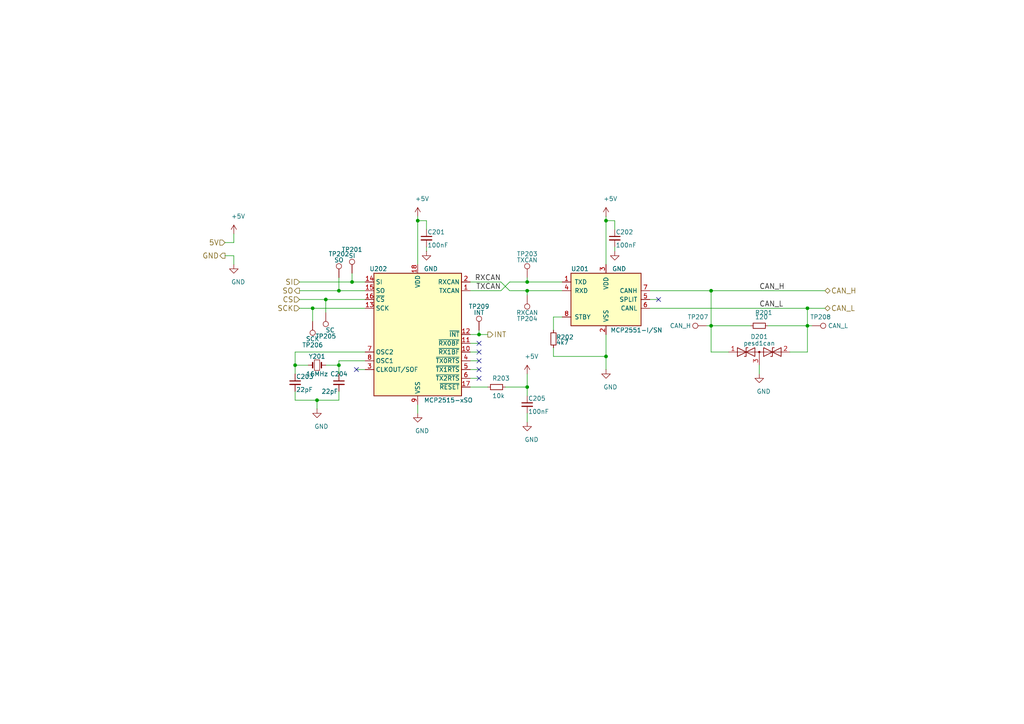
<source format=kicad_sch>
(kicad_sch (version 20250114) (generator "eeschema") (generator_version "9.0")
  (paper "A4")
  (lib_symbols
    (symbol "Connector:TestPoint" (pin_numbers (hide yes)) (pin_names (offset 0.762) (hide yes))
      (property "Reference" "TP" (at 0 6.858 0))
      (property "Value" "TestPoint" (at 0 5.08 0))
      (symbol "TestPoint_0_1"
        (circle (center 0 3.302) (radius 0.762))
      )
      (symbol "TestPoint_1_1"
        (pin passive line (at 0 0 90) (length 2.54) (name "1") (number "1"))
      )
    )
    (symbol "Device:C_Small" (pin_numbers (hide yes)) (pin_names (offset 0.254) (hide yes))
      (property "Reference" "C" (at 0.254 1.778 0))
      (property "Value" "C_Small" (at 0.254 -2.032 0))
      (symbol "C_Small_0_1"
        (polyline (pts (xy -1.524 0.508) (xy 1.524 0.508)) (stroke (width 0.3048)))
        (polyline (pts (xy -1.524 -0.508) (xy 1.524 -0.508)) (stroke (width 0.3302)))
      )
      (symbol "C_Small_1_1"
        (pin passive line (at 0 2.54 270) (length 2.032) (name "~") (number "1"))
        (pin passive line (at 0 -2.54 90) (length 2.032) (name "~") (number "2"))
      )
    )
    (symbol "Device:Crystal_Small" (pin_numbers (hide yes)) (pin_names (offset 1.016) (hide yes))
      (property "Reference" "Y" (at 0 2.54 0))
      (property "Value" "Crystal_Small" (at 0 -2.54 0))
      (symbol "Crystal_Small_0_1"
        (polyline (pts (xy -1.27 -0.762) (xy -1.27 0.762)) (stroke (width 0.381)))
        (rectangle (start -0.762 -1.524) (end 0.762 1.524))
        (polyline (pts (xy 1.27 -0.762) (xy 1.27 0.762)) (stroke (width 0.381)))
      )
      (symbol "Crystal_Small_1_1"
        (pin passive line (at -2.54 0 0) (length 1.27) (name "1") (number "1"))
        (pin passive line (at 2.54 0 180) (length 1.27) (name "2") (number "2"))
      )
    )
    (symbol "Device:D_TVS_x2_AAC" (pin_names (offset 1.016) (hide yes))
      (property "Reference" "D" (at 0 4.445 0))
      (property "Value" "Device_D_TVS_x2_AAC" (at 0 2.54 0))
      (symbol "D_TVS_x2_AAC_0_0"
        (polyline (pts (xy 0 -1.27) (xy 0 0)))
      )
      (symbol "D_TVS_x2_AAC_0_1"
        (polyline (pts (xy -6.35 0) (xy 6.35 0)))
        (polyline (pts (xy -6.35 -1.27) (xy -1.27 1.27) (xy -1.27 -1.27) (xy -6.35 1.27) (xy -6.35 -1.27)) (stroke (width 0.2032)))
        (polyline (pts (xy -3.302 1.27) (xy -3.81 1.27) (xy -3.81 -1.27) (xy -4.318 -1.27)) (stroke (width 0.2032)))
        (circle (center 0 0) (radius 0.254) (fill (type outline)))
        (polyline (pts (xy 1.27 -1.27) (xy 1.27 1.27) (xy 6.35 -1.27) (xy 6.35 1.27) (xy 1.27 -1.27)) (stroke (width 0.2032)))
        (polyline (pts (xy 4.318 1.27) (xy 3.81 1.27) (xy 3.81 -1.27) (xy 3.302 -1.27)) (stroke (width 0.2032)))
      )
      (symbol "D_TVS_x2_AAC_1_1"
        (pin passive line (at -8.89 0 0) (length 2.54) (name "A1") (number "1"))
        (pin input line (at 0 -3.81 90) (length 2.54) (name "common") (number "3"))
        (pin passive line (at 8.89 0 180) (length 2.54) (name "A2") (number "2"))
      )
    )
    (symbol "Device:R_Small" (pin_numbers (hide yes)) (pin_names (offset 0.254) (hide yes))
      (property "Reference" "R" (at 0 0 90))
      (property "Value" "R_Small" (at 1.778 0 90))
      (symbol "R_Small_0_1"
        (rectangle (start -0.762 1.778) (end 0.762 -1.778) (stroke (width 0.2032)))
      )
      (symbol "R_Small_1_1"
        (pin passive line (at 0 2.54 270) (length 0.762) (name "~") (number "1"))
        (pin passive line (at 0 -2.54 90) (length 0.762) (name "~") (number "2"))
      )
    )
    (symbol "Interface_CAN_LIN:MCP2561-E-SN" (pin_names (offset 1.016))
      (property "Reference" "U" (at -10.16 8.89 0))
      (property "Value" "MCP2561-E-SN" (at 2.54 8.89 0))
      (symbol "MCP2561-E-SN_0_1"
        (rectangle (start -10.16 7.62) (end 10.16 -7.62) (stroke (width 0.254)) (fill (type background)))
      )
      (symbol "MCP2561-E-SN_1_1"
        (pin input line (at -12.7 5.08 0) (length 2.54) (name "TXD") (number "1"))
        (pin output line (at -12.7 2.54 0) (length 2.54) (name "RXD") (number "4"))
        (pin input line (at -12.7 -5.08 0) (length 2.54) (name "STBY") (number "8"))
        (pin power_in line (at 0 10.16 270) (length 2.54) (name "VDD") (number "3"))
        (pin power_in line (at 0 -10.16 90) (length 2.54) (name "VSS") (number "2"))
        (pin bidirectional line (at 12.7 2.54 180) (length 2.54) (name "CANH") (number "7"))
        (pin passive line (at 12.7 0 180) (length 2.54) (name "SPLIT") (number "5"))
        (pin bidirectional line (at 12.7 -2.54 180) (length 2.54) (name "CANL") (number "6"))
      )
    )
    (symbol "main-rescue:MCP2515-xSO-Interface_CAN_LIN-MAB19-rescue"
      (property "Reference" "U" (at -10.16 19.685 0))
      (property "Value" "MCP2515-xSO-Interface_CAN_LIN-MAB19-rescue" (at 19.05 20.32 0))
      (symbol "MCP2515-xSO-Interface_CAN_LIN-MAB19-rescue_0_1"
        (rectangle (start -12.7 17.78) (end 12.7 -17.78) (stroke (width 0.254)) (fill (type background)))
      )
      (symbol "MCP2515-xSO-Interface_CAN_LIN-MAB19-rescue_1_1"
        (pin input line (at -15.24 15.24 0) (length 2.54) (name "SI") (number "14"))
        (pin output line (at -15.24 12.7 0) (length 2.54) (name "SO") (number "15"))
        (pin input line (at -15.24 10.16 0) (length 2.54) (name "~{CS}") (number "16"))
        (pin input line (at -15.24 7.62 0) (length 2.54) (name "SCK") (number "13"))
        (pin output line (at -15.24 -5.08 0) (length 2.54) (name "OSC2") (number "7"))
        (pin input line (at -15.24 -7.62 0) (length 2.54) (name "OSC1") (number "8"))
        (pin output line (at -15.24 -10.16 0) (length 2.54) (name "CLKOUT/SOF") (number "3"))
        (pin power_in line (at 0 20.32 270) (length 2.54) (name "VDD") (number "18"))
        (pin power_in line (at 0 -20.32 90) (length 2.54) (name "VSS") (number "9"))
        (pin input line (at 15.24 15.24 180) (length 2.54) (name "RXCAN") (number "2"))
        (pin output line (at 15.24 12.7 180) (length 2.54) (name "TXCAN") (number "1"))
        (pin output line (at 15.24 0 180) (length 2.54) (name "~{INT}") (number "12"))
        (pin output line (at 15.24 -2.54 180) (length 2.54) (name "~{RX0BF}") (number "11"))
        (pin output line (at 15.24 -5.08 180) (length 2.54) (name "~{RX1BF}") (number "10"))
        (pin input line (at 15.24 -7.62 180) (length 2.54) (name "~{TX0RTS}") (number "4"))
        (pin input line (at 15.24 -10.16 180) (length 2.54) (name "~{TX1RTS}") (number "5"))
        (pin input line (at 15.24 -12.7 180) (length 2.54) (name "~{TX2RTS}") (number "6"))
        (pin input line (at 15.24 -15.24 180) (length 2.54) (name "~{RESET}") (number "17"))
      )
    )
    (symbol "power:+5V" (power) (pin_numbers (hide yes)) (pin_names (offset 0) (hide yes))
      (property "Value" "+5V" (at 0 3.556 0))
      (symbol "+5V_0_1"
        (polyline (pts (xy -0.762 1.27) (xy 0 2.54)))
        (polyline (pts (xy 0 2.54) (xy 0.762 1.27)))
        (polyline (pts (xy 0 0) (xy 0 2.54)))
      )
      (symbol "+5V_1_1"
        (pin power_in line (at 0 0 90) (length 0) (name "~") (number "1"))
      )
    )
    (symbol "power:GND" (power) (pin_numbers (hide yes)) (pin_names (offset 0) (hide yes))
      (property "Value" "GND" (at 0 -3.81 0))
      (symbol "GND_0_1"
        (polyline (pts (xy 0 0) (xy 0 -1.27) (xy 1.27 -1.27) (xy 0 -2.54) (xy -1.27 -1.27) (xy 0 -1.27)))
      )
      (symbol "GND_1_1"
        (pin power_in line (at 0 0 270) (length 0) (name "~") (number "1"))
      )
    )
  )
  (junction (at 152.908 81.788))
  (junction (at 152.908 112.268))
  (junction (at 175.768 103.378))
  (junction (at 206.248 94.488))
  (junction (at 206.248 84.328))
  (junction (at 85.598 105.918))
  (junction (at 152.908 84.328))
  (junction (at 102.108 81.788))
  (junction (at 98.298 84.328))
  (junction (at 91.948 116.078))
  (junction (at 234.188 94.488))
  (junction (at 121.158 64.008))
  (junction (at 94.488 86.868))
  (junction (at 138.938 97.028))
  (junction (at 175.768 64.008))
  (junction (at 98.298 105.918))
  (junction (at 90.678 89.408))
  (junction (at 234.188 89.408))
  (no_connect (at 138.938 104.648))
  (no_connect (at 138.938 102.108))
  (no_connect (at 138.938 109.728))
  (no_connect (at 103.378 107.188))
  (no_connect (at 138.938 107.188))
  (no_connect (at 191.008 86.868))
  (no_connect (at 138.938 99.568))
  (wire (pts (xy 121.158 62.738) (xy 121.158 64.008)))
  (wire (pts (xy 136.398 81.788) (xy 145.288 81.788)))
  (wire (pts (xy 206.248 84.328) (xy 206.248 94.488)))
  (wire (pts (xy 152.908 108.458) (xy 152.908 112.268)))
  (wire (pts (xy 234.188 102.108) (xy 234.188 94.488)))
  (wire (pts (xy 160.528 91.948) (xy 163.068 91.948)))
  (wire (pts (xy 234.188 89.408) (xy 239.268 89.408)))
  (wire (pts (xy 175.768 97.028) (xy 175.768 103.378)))
  (wire (pts (xy 175.768 64.008) (xy 178.308 64.008)))
  (wire (pts (xy 86.868 86.868) (xy 94.488 86.868)))
  (wire (pts (xy 175.768 103.378) (xy 175.768 107.188)))
  (wire (pts (xy 152.908 81.788) (xy 163.068 81.788)))
  (wire (pts (xy 160.528 100.838) (xy 160.528 103.378)))
  (wire (pts (xy 175.768 62.738) (xy 175.768 64.008)))
  (wire (pts (xy 152.908 112.268) (xy 146.558 112.268)))
  (wire (pts (xy 86.868 84.328) (xy 98.298 84.328)))
  (wire (pts (xy 90.678 89.408) (xy 105.918 89.408)))
  (wire (pts (xy 138.938 95.758) (xy 138.938 97.028)))
  (wire (pts (xy 188.468 84.328) (xy 206.248 84.328)))
  (wire (pts (xy 98.298 116.078) (xy 98.298 113.538)))
  (wire (pts (xy 85.598 116.078) (xy 91.948 116.078)))
  (wire (pts (xy 67.818 67.818) (xy 67.818 70.358)))
  (wire (pts (xy 138.938 109.728) (xy 136.398 109.728)))
  (wire (pts (xy 121.158 64.008) (xy 123.698 64.008)))
  (wire (pts (xy 85.598 102.108) (xy 105.918 102.108)))
  (wire (pts (xy 138.938 99.568) (xy 136.398 99.568)))
  (wire (pts (xy 123.698 66.548) (xy 123.698 64.008)))
  (wire (pts (xy 178.308 66.548) (xy 178.308 64.008)))
  (wire (pts (xy 191.008 86.868) (xy 188.468 86.868)))
  (wire (pts (xy 89.408 105.918) (xy 85.598 105.918)))
  (wire (pts (xy 234.188 94.488) (xy 235.458 94.488)))
  (wire (pts (xy 175.768 64.008) (xy 175.768 76.708)))
  (wire (pts (xy 152.908 119.888) (xy 152.908 122.428)))
  (wire (pts (xy 85.598 102.108) (xy 85.598 105.918)))
  (wire (pts (xy 67.818 74.168) (xy 67.818 76.708)))
  (wire (pts (xy 91.948 116.078) (xy 98.298 116.078)))
  (wire (pts (xy 138.938 97.028) (xy 141.478 97.028)))
  (wire (pts (xy 91.948 118.618) (xy 91.948 116.078)))
  (wire (pts (xy 147.828 81.788) (xy 152.908 81.788)))
  (wire (pts (xy 234.188 89.408) (xy 234.188 94.488)))
  (wire (pts (xy 136.398 84.328) (xy 145.288 84.328)))
  (wire (pts (xy 138.938 102.108) (xy 136.398 102.108)))
  (wire (pts (xy 67.818 70.358) (xy 65.278 70.358)))
  (wire (pts (xy 98.298 84.328) (xy 105.918 84.328)))
  (wire (pts (xy 145.288 84.328) (xy 147.828 81.788)))
  (wire (pts (xy 178.308 71.628) (xy 178.308 72.898)))
  (wire (pts (xy 121.158 64.008) (xy 121.158 76.708)))
  (wire (pts (xy 229.108 102.108) (xy 234.188 102.108)))
  (wire (pts (xy 138.938 104.648) (xy 136.398 104.648)))
  (wire (pts (xy 152.908 84.328) (xy 163.068 84.328)))
  (wire (pts (xy 147.828 84.328) (xy 152.908 84.328)))
  (wire (pts (xy 206.248 94.488) (xy 217.678 94.488)))
  (wire (pts (xy 152.908 85.598) (xy 152.908 84.328)))
  (wire (pts (xy 98.298 84.328) (xy 98.298 80.518)))
  (wire (pts (xy 94.488 86.868) (xy 105.918 86.868)))
  (wire (pts (xy 121.158 119.888) (xy 121.158 117.348)))
  (wire (pts (xy 206.248 102.108) (xy 206.248 94.488)))
  (wire (pts (xy 94.488 90.678) (xy 94.488 86.868)))
  (wire (pts (xy 85.598 116.078) (xy 85.598 113.538)))
  (wire (pts (xy 98.298 105.918) (xy 98.298 108.458)))
  (wire (pts (xy 206.248 84.328) (xy 239.268 84.328)))
  (wire (pts (xy 145.288 81.788) (xy 147.828 84.328)))
  (wire (pts (xy 98.298 104.648) (xy 98.298 105.918)))
  (wire (pts (xy 98.298 104.648) (xy 105.918 104.648)))
  (wire (pts (xy 188.468 89.408) (xy 234.188 89.408)))
  (wire (pts (xy 152.908 112.268) (xy 152.908 114.808)))
  (wire (pts (xy 136.398 97.028) (xy 138.938 97.028)))
  (wire (pts (xy 102.108 79.248) (xy 102.108 81.788)))
  (wire (pts (xy 160.528 95.758) (xy 160.528 91.948)))
  (wire (pts (xy 204.978 94.488) (xy 206.248 94.488)))
  (wire (pts (xy 136.398 112.268) (xy 141.478 112.268)))
  (wire (pts (xy 85.598 105.918) (xy 85.598 108.458)))
  (wire (pts (xy 102.108 81.788) (xy 105.918 81.788)))
  (wire (pts (xy 160.528 103.378) (xy 175.768 103.378)))
  (wire (pts (xy 86.868 81.788) (xy 102.108 81.788)))
  (wire (pts (xy 222.758 94.488) (xy 234.188 94.488)))
  (wire (pts (xy 138.938 107.188) (xy 136.398 107.188)))
  (wire (pts (xy 220.218 105.918) (xy 220.218 108.458)))
  (wire (pts (xy 90.678 93.218) (xy 90.678 89.408)))
  (wire (pts (xy 65.278 74.168) (xy 67.818 74.168)))
  (wire (pts (xy 152.908 80.518) (xy 152.908 81.788)))
  (wire (pts (xy 103.378 107.188) (xy 105.918 107.188)))
  (wire (pts (xy 86.868 89.408) (xy 90.678 89.408)))
  (wire (pts (xy 123.698 71.628) (xy 123.698 72.898)))
  (wire (pts (xy 211.328 102.108) (xy 206.248 102.108)))
  (wire (pts (xy 98.298 105.918) (xy 94.488 105.918)))
  (label "RXCAN" (at 145.288 81.788 180) (effects (font (size 1.524 1.524))))
  (label "CAN_H" (at 220.218 84.328 0) (effects (font (size 1.524 1.524))))
  (label "CAN_L" (at 220.218 89.408 0) (effects (font (size 1.524 1.524))))
  (label "TXCAN" (at 145.288 84.328 180) (effects (font (size 1.524 1.524))))
  (hierarchical_label "GND" (shape output) (at 65.278 74.168 180) (effects (font (size 1.524 1.524))))
  (hierarchical_label "5V" (shape input) (at 65.278 70.358 180) (effects (font (size 1.524 1.524))))
  (hierarchical_label "SCK" (shape input) (at 86.868 89.408 180) (effects (font (size 1.524 1.524))))
  (hierarchical_label "INT" (shape output) (at 141.478 97.028 0) (effects (font (size 1.524 1.524))))
  (hierarchical_label "CAN_H" (shape bidirectional) (at 239.268 84.328 0) (effects (font (size 1.524 1.524))))
  (hierarchical_label "SO" (shape output) (at 86.868 84.328 180) (effects (font (size 1.524 1.524))))
  (hierarchical_label "SI" (shape input) (at 86.868 81.788 180) (effects (font (size 1.524 1.524))))
  (hierarchical_label "CS" (shape input) (at 86.868 86.868 180) (effects (font (size 1.524 1.524))))
  (hierarchical_label "CAN_L" (shape bidirectional) (at 239.268 89.408 0) (effects (font (size 1.524 1.524))))
  (symbol (lib_id "Interface_CAN_LIN:MCP2561-E-SN") (at 175.768 86.868 0) (unit 1)
    (property "Reference" "U201" (at 165.608 77.978 0) (effects (justify left)))
    (property "Value" "MCP2551-I/SN" (at 177.038 95.758 0) (effects (justify left)))
    (property "Footprint" "Package_SO:SOIC-8_3.9x4.9mm_P1.27mm" (effects (hide yes)))
  )
  (symbol (lib_id "Device:R_Small") (at 144.018 112.268 270) (unit 1)
    (property "Reference" "R203" (at 142.748 109.728 90) (effects (justify left)))
    (property "Value" "10k" (at 142.748 114.808 90) (effects (justify left)))
    (property "Footprint" "Resistor_SMD:R_0805_2012Metric_Pad1.20x1.40mm_HandSolder" (effects (hide yes)))
  )
  (symbol (lib_id "Device:R_Small") (at 160.528 98.298 0) (unit 1)
    (property "Reference" "R202" (at 161.29 97.79 0) (effects (justify left)))
    (property "Value" "4k7" (at 161.29 99.314 0) (effects (justify left)))
    (property "Footprint" "Resistor_SMD:R_0805_2012Metric_Pad1.20x1.40mm_HandSolder" (effects (hide yes)))
  )
  (symbol (lib_id "Device:R_Small") (at 220.218 94.488 270) (unit 1)
    (property "Reference" "R201" (at 218.948 90.678 90) (effects (justify left)))
    (property "Value" "120" (at 218.948 91.948 90) (effects (justify left)))
    (property "Footprint" "Resistor_SMD:R_0805_2012Metric_Pad1.20x1.40mm_HandSolder" (effects (hide yes)))
  )
  (symbol (lib_id "Device:C_Small") (at 123.698 69.088 0) (unit 1)
    (property "Reference" "C201" (at 123.952 67.31 0) (effects (justify left)))
    (property "Value" "100nF" (at 123.952 71.12 0) (effects (justify left)))
    (property "Footprint" "Capacitor_SMD:C_0805_2012Metric_Pad1.18x1.45mm_HandSolder" (effects (hide yes)))
  )
  (symbol (lib_id "Device:D_TVS_x2_AAC") (at 220.218 102.108 0) (unit 1)
    (property "Reference" "D201" (at 220.218 97.663 0))
    (property "Value" "pesd1can" (at 220.218 99.568 0))
    (property "Footprint" "Package_TO_SOT_SMD:SOT-23_Handsoldering" (effects (hide yes)))
    (property "Datasheet" "https://assets.nexperia.com/documents/data-sheet/PESD1CAN.pdf" (effects (hide yes)))
  )
  (symbol (lib_id "Connector:TestPoint") (at 152.908 80.518 0) (unit 1)
    (property "Reference" "TP203" (at 152.908 73.66 0))
    (property "Value" "TXCAN" (at 152.908 75.438 0))
    (property "Footprint" "TestPoint:TestPoint_Pad_D1.5mm" (effects (hide yes)))
  )
  (symbol (lib_id "Connector:TestPoint") (at 152.908 85.598 180) (unit 1)
    (property "Reference" "TP204" (at 152.908 92.456 0))
    (property "Value" "RXCAN" (at 152.908 90.678 0))
    (property "Footprint" "TestPoint:TestPoint_Pad_D1.5mm" (effects (hide yes)))
  )
  (symbol (lib_id "Connector:TestPoint") (at 138.938 95.758 0) (unit 1)
    (property "Reference" "TP209" (at 138.938 88.9 0))
    (property "Value" "INT" (at 138.938 90.678 0))
    (property "Footprint" "TestPoint:TestPoint_Pad_D1.5mm" (effects (hide yes)))
  )
  (symbol (lib_id "Connector:TestPoint") (at 102.108 79.248 0) (unit 1)
    (property "Reference" "TP201" (at 102.108 72.39 0))
    (property "Value" "SI" (at 102.108 74.168 0))
    (property "Footprint" "TestPoint:TestPoint_Pad_D1.5mm" (effects (hide yes)))
  )
  (symbol (lib_id "Connector:TestPoint") (at 98.298 80.518 0) (unit 1)
    (property "Reference" "TP202" (at 98.298 73.66 0))
    (property "Value" "SO" (at 98.298 75.438 0))
    (property "Footprint" "TestPoint:TestPoint_Pad_D1.5mm" (effects (hide yes)))
  )
  (symbol (lib_id "Connector:TestPoint") (at 90.678 93.218 180) (unit 1)
    (property "Reference" "TP206" (at 90.678 100.076 0))
    (property "Value" "SCK" (at 90.678 98.298 0))
    (property "Footprint" "TestPoint:TestPoint_Pad_D1.5mm" (effects (hide yes)))
  )
  (symbol (lib_id "Connector:TestPoint") (at 94.488 90.678 180) (unit 1)
    (property "Reference" "TP205" (at 94.488 97.536 0))
    (property "Value" "SC" (at 95.758 95.758 0))
    (property "Footprint" "TestPoint:TestPoint_Pad_D1.5mm" (effects (hide yes)))
  )
  (symbol (lib_id "Connector:TestPoint") (at 235.458 94.488 270) (unit 1)
    (property "Reference" "TP208" (at 237.998 91.948 90))
    (property "Value" "CAN_L" (at 243.078 94.488 90))
    (property "Footprint" "TestPoint:TestPoint_Pad_D1.5mm" (effects (hide yes)))
  )
  (symbol (lib_id "Connector:TestPoint") (at 204.978 94.488 90) (mirror x) (unit 1)
    (property "Reference" "TP207" (at 202.438 91.948 90))
    (property "Value" "CAN_H" (at 197.358 94.488 90))
    (property "Footprint" "TestPoint:TestPoint_Pad_D1.5mm" (effects (hide yes)))
  )
  (symbol (lib_id "main-rescue:MCP2515-xSO-Interface_CAN_LIN-MAB19-rescue") (at 121.158 97.028 0) (unit 1)
    (property "Reference" "U202" (at 109.728 77.978 0))
    (property "Value" "MCP2515-xSO" (at 130.048 116.078 0))
    (property "Footprint" "Package_SO:SOIC-18W_7.5x11.6mm_P1.27mm" (effects (hide yes)))
    (property "Datasheet" "http://ww1.microchip.com/downloads/en/DeviceDoc/21801e.pdf" (effects (hide yes)))
  )
  (symbol (lib_id "Device:Crystal_Small") (at 91.948 105.918 0) (unit 1)
    (property "Reference" "Y201" (at 91.948 103.378 0))
    (property "Value" "16MHz" (at 91.948 108.458 0))
    (property "Footprint" "Crystal:Crystal_HC49-U_Vertical" (effects (hide yes)))
    (property "Datasheet" "http://www.farnell.com/datasheets/321153.pdf" (effects (hide yes)))
  )
  (symbol (lib_id "Device:C_Small") (at 85.598 110.998 0) (unit 1)
    (property "Reference" "C203" (at 85.852 109.22 0) (effects (justify left)))
    (property "Value" "22pF" (at 85.852 113.03 0) (effects (justify left)))
    (property "Footprint" "Capacitor_SMD:C_0805_2012Metric_Pad1.18x1.45mm_HandSolder" (effects (hide yes)))
  )
  (symbol (lib_id "Device:C_Small") (at 98.298 110.998 0) (unit 1)
    (property "Reference" "C204" (at 95.758 108.458 0) (effects (justify left)))
    (property "Value" "22pF" (at 93.218 113.538 0) (effects (justify left)))
    (property "Footprint" "Capacitor_SMD:C_0805_2012Metric_Pad1.18x1.45mm_HandSolder" (effects (hide yes)))
  )
  (symbol (lib_id "power:GND") (at 91.948 118.618 0) (unit 1)
    (property "Reference" "#PWR0210" (effects (hide yes)))
    (property "Value" "GND" (at 93.218 123.698 0))
  )
  (symbol (lib_id "power:GND") (at 123.698 72.898 0) (unit 1)
    (property "Reference" "#PWR0204" (effects (hide yes)))
    (property "Value" "GND" (at 124.968 77.978 0))
  )
  (symbol (lib_id "power:+5V") (at 152.908 108.458 0) (unit 1)
    (property "Reference" "#PWR0107" (effects (hide yes)))
    (property "Value" "+5V" (at 154.178 103.378 0))
  )
  (symbol (lib_id "power:+5V") (at 121.158 62.738 0) (unit 1)
    (property "Reference" "#PWR0201" (effects (hide yes)))
    (property "Value" "+5V" (at 122.428 57.658 0))
  )
  (symbol (lib_id "Device:C_Small") (at 178.308 69.088 0) (unit 1)
    (property "Reference" "C202" (at 178.562 67.31 0) (effects (justify left)))
    (property "Value" "100nF" (at 178.562 71.12 0) (effects (justify left)))
    (property "Footprint" "Capacitor_SMD:C_0805_2012Metric_Pad1.18x1.45mm_HandSolder" (effects (hide yes)))
  )
  (symbol (lib_id "power:GND") (at 178.308 72.898 0) (unit 1)
    (property "Reference" "#PWR0205" (effects (hide yes)))
    (property "Value" "GND" (at 179.578 77.978 0))
  )
  (symbol (lib_id "power:+5V") (at 175.768 62.738 0) (unit 1)
    (property "Reference" "#PWR0202" (effects (hide yes)))
    (property "Value" "+5V" (at 177.038 57.658 0))
  )
  (symbol (lib_id "power:+5V") (at 67.818 67.818 0) (unit 1)
    (property "Reference" "#PWR0203" (effects (hide yes)))
    (property "Value" "+5V" (at 69.088 62.738 0))
  )
  (symbol (lib_id "power:GND") (at 67.818 76.708 0) (unit 1)
    (property "Reference" "#PWR0206" (effects (hide yes)))
    (property "Value" "GND" (at 69.088 81.788 0))
  )
  (symbol (lib_id "power:GND") (at 121.158 119.888 0) (unit 1)
    (property "Reference" "#PWR0211" (effects (hide yes)))
    (property "Value" "GND" (at 122.428 124.968 0))
  )
  (symbol (lib_id "power:GND") (at 175.768 107.188 0) (unit 1)
    (property "Reference" "#PWR0207" (effects (hide yes)))
    (property "Value" "GND" (at 177.038 112.268 0))
  )
  (symbol (lib_id "Device:C_Small") (at 152.908 117.348 0) (unit 1)
    (property "Reference" "C205" (at 153.162 115.57 0) (effects (justify left)))
    (property "Value" "100nF" (at 153.162 119.38 0) (effects (justify left)))
    (property "Footprint" "Capacitor_SMD:C_0805_2012Metric_Pad1.18x1.45mm_HandSolder" (effects (hide yes)))
  )
  (symbol (lib_id "power:GND") (at 152.908 122.428 0) (unit 1)
    (property "Reference" "#PWR0212" (effects (hide yes)))
    (property "Value" "GND" (at 154.178 127.508 0))
  )
  (symbol (lib_id "power:GND") (at 220.218 108.458 0) (unit 1)
    (property "Reference" "#PWR0208" (effects (hide yes)))
    (property "Value" "GND" (at 221.488 113.538 0))
  )
)
</source>
